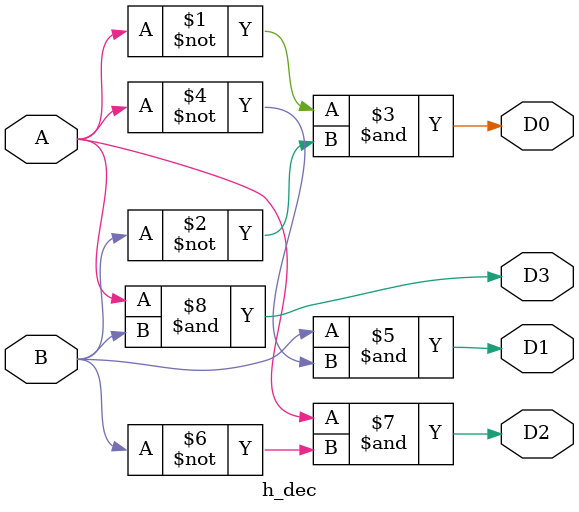
<source format=v>
`timescale 1ns / 1ps

module h_dec(
    input A,
    input B,
    output D0,
    output D1,
    output D2,
    output D3
    );

assign D0 = (~A) & (~B);
assign D1 = B & (~A);
assign D2 = A & (~B);
assign D3 = A & B;

endmodule
</source>
